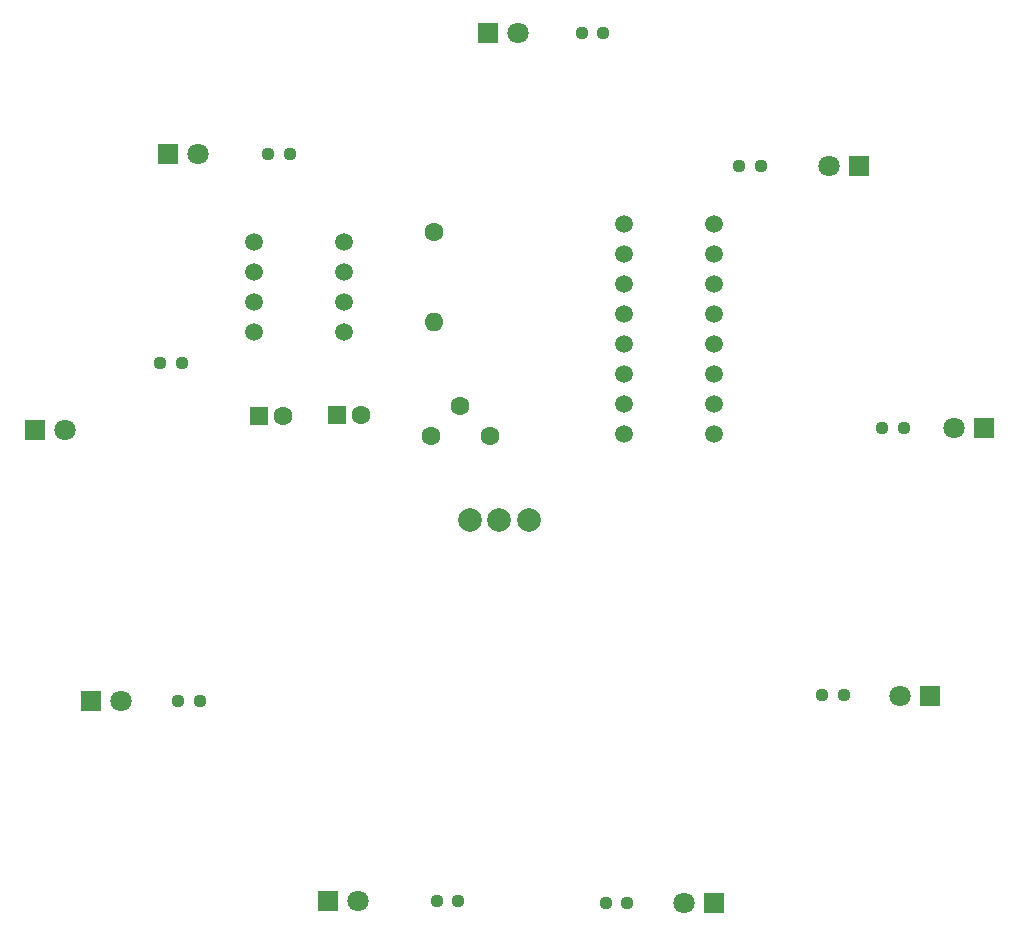
<source format=gts>
%TF.GenerationSoftware,KiCad,Pcbnew,(6.0.7)*%
%TF.CreationDate,2022-10-09T20:49:51-07:00*%
%TF.ProjectId,IEEE_PCB_1,49454545-5f50-4434-925f-312e6b696361,1*%
%TF.SameCoordinates,Original*%
%TF.FileFunction,Soldermask,Top*%
%TF.FilePolarity,Negative*%
%FSLAX46Y46*%
G04 Gerber Fmt 4.6, Leading zero omitted, Abs format (unit mm)*
G04 Created by KiCad (PCBNEW (6.0.7)) date 2022-10-09 20:49:51*
%MOMM*%
%LPD*%
G01*
G04 APERTURE LIST*
G04 Aperture macros list*
%AMRoundRect*
0 Rectangle with rounded corners*
0 $1 Rounding radius*
0 $2 $3 $4 $5 $6 $7 $8 $9 X,Y pos of 4 corners*
0 Add a 4 corners polygon primitive as box body*
4,1,4,$2,$3,$4,$5,$6,$7,$8,$9,$2,$3,0*
0 Add four circle primitives for the rounded corners*
1,1,$1+$1,$2,$3*
1,1,$1+$1,$4,$5*
1,1,$1+$1,$6,$7*
1,1,$1+$1,$8,$9*
0 Add four rect primitives between the rounded corners*
20,1,$1+$1,$2,$3,$4,$5,0*
20,1,$1+$1,$4,$5,$6,$7,0*
20,1,$1+$1,$6,$7,$8,$9,0*
20,1,$1+$1,$8,$9,$2,$3,0*%
G04 Aperture macros list end*
%ADD10R,1.600000X1.600000*%
%ADD11C,1.600000*%
%ADD12R,1.800000X1.800000*%
%ADD13C,1.800000*%
%ADD14O,1.600000X1.600000*%
%ADD15C,1.500000*%
%ADD16RoundRect,0.237500X-0.250000X-0.237500X0.250000X-0.237500X0.250000X0.237500X-0.250000X0.237500X0*%
%ADD17RoundRect,0.237500X0.250000X0.237500X-0.250000X0.237500X-0.250000X-0.237500X0.250000X-0.237500X0*%
%ADD18C,2.000000*%
G04 APERTURE END LIST*
D10*
%TO.C,C1*%
X114407000Y-96142000D03*
D11*
X116407000Y-96142000D03*
%TD*%
D10*
%TO.C,C2*%
X121033000Y-96022000D03*
D11*
X123033000Y-96022000D03*
%TD*%
D12*
%TO.C,D1*%
X95414000Y-97266000D03*
D13*
X97954000Y-97266000D03*
%TD*%
D12*
%TO.C,D2*%
X175787000Y-97168000D03*
D13*
X173247000Y-97168000D03*
%TD*%
D12*
%TO.C,D3*%
X152951000Y-137353000D03*
D13*
X150411000Y-137353000D03*
%TD*%
D12*
%TO.C,D4*%
X133816000Y-63669000D03*
D13*
X136356000Y-63669000D03*
%TD*%
D12*
%TO.C,D5*%
X100160000Y-120276000D03*
D13*
X102700000Y-120276000D03*
%TD*%
D12*
%TO.C,D6*%
X171161000Y-119783000D03*
D13*
X168621000Y-119783000D03*
%TD*%
D12*
%TO.C,D7*%
X165174000Y-74945000D03*
D13*
X162634000Y-74945000D03*
%TD*%
D12*
%TO.C,D8*%
X106713000Y-73949000D03*
D13*
X109253000Y-73949000D03*
%TD*%
D12*
%TO.C,D9*%
X120252000Y-137163000D03*
D13*
X122792000Y-137163000D03*
%TD*%
D11*
%TO.C,R1*%
X129232000Y-80495000D03*
D14*
X129232000Y-88115000D03*
%TD*%
D11*
%TO.C,RV1*%
X133912000Y-97796000D03*
X131412000Y-95296000D03*
X128912000Y-97796000D03*
%TD*%
D15*
%TO.C,U1*%
X113998000Y-81354000D03*
X113998000Y-83894000D03*
X113998000Y-86434000D03*
X113998000Y-88974000D03*
X121618000Y-88974000D03*
X121618000Y-86434000D03*
X121618000Y-83894000D03*
X121618000Y-81354000D03*
%TD*%
%TO.C,U2*%
X145288000Y-79826000D03*
X145288000Y-82366000D03*
X145288000Y-84906000D03*
X145288000Y-87446000D03*
X145288000Y-89986000D03*
X145288000Y-92526000D03*
X145288000Y-95066000D03*
X145288000Y-97606000D03*
X152908000Y-97606000D03*
X152908000Y-95066000D03*
X152908000Y-92526000D03*
X152908000Y-89986000D03*
X152908000Y-87446000D03*
X152908000Y-84906000D03*
X152908000Y-82366000D03*
X152908000Y-79826000D03*
%TD*%
D16*
%TO.C,R9*%
X115179500Y-73967000D03*
X117004500Y-73967000D03*
%TD*%
D17*
%TO.C,R7*%
X163887500Y-119760000D03*
X162062500Y-119760000D03*
%TD*%
%TO.C,R3*%
X168975500Y-97168000D03*
X167150500Y-97168000D03*
%TD*%
%TO.C,R8*%
X156856500Y-74942000D03*
X155031500Y-74942000D03*
%TD*%
D16*
%TO.C,R5*%
X141729500Y-63669000D03*
X143554500Y-63669000D03*
%TD*%
%TO.C,R2*%
X106024500Y-91659000D03*
X107849500Y-91659000D03*
%TD*%
%TO.C,R6*%
X107569500Y-120272000D03*
X109394500Y-120272000D03*
%TD*%
%TO.C,R10*%
X129424500Y-137166000D03*
X131249500Y-137166000D03*
%TD*%
D17*
%TO.C,R4*%
X145572000Y-137341000D03*
X143747000Y-137341000D03*
%TD*%
D18*
%TO.C,SW1*%
X132240000Y-104929000D03*
X134740000Y-104929000D03*
X137240000Y-104929000D03*
%TD*%
M02*

</source>
